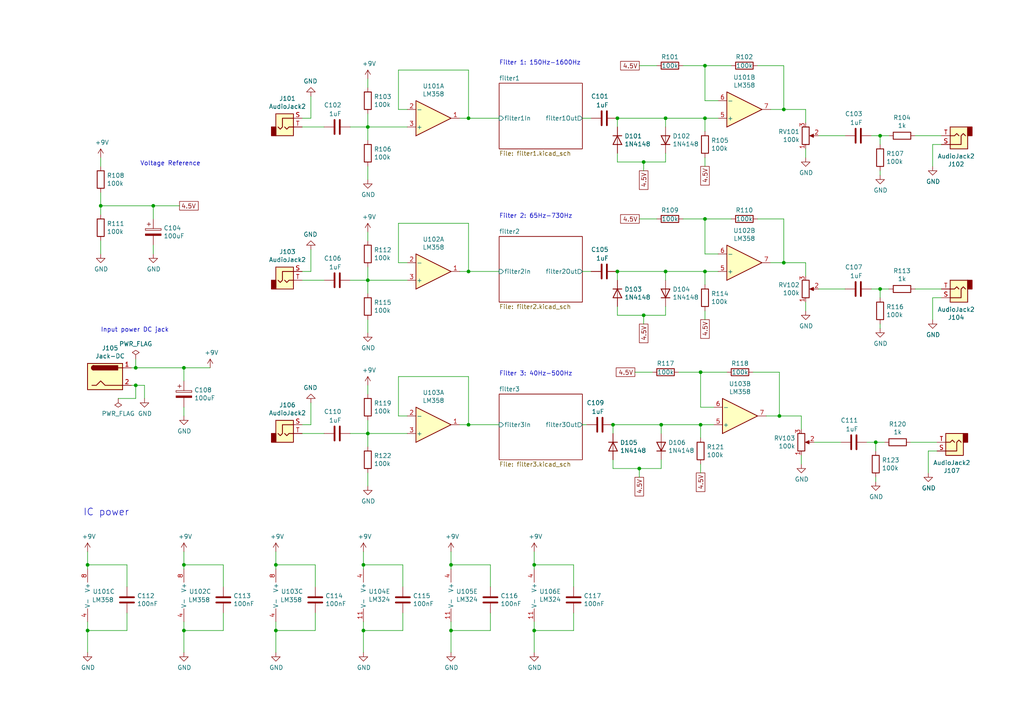
<source format=kicad_sch>
(kicad_sch (version 20231120) (generator "eeschema") (generator_version "8.0")
  (paper "A4")
  (title_block (title "The Ping Ting") (date "2023-08-30") (rev "1.1") (company "Kromftronics"))
  (lib_symbols
    (symbol "Amplifier_Operational:LM324" (pin_names (offset 0.127))
      (property "Reference" "U" (at 0 5.08 0))
      (property "Value" "LM324" (at 0 -5.08 0))
      (symbol "LM324_1_1"
        (polyline (pts (xy -5.08 5.08) (xy 5.08 0) (xy -5.08 -5.08) (xy -5.08 5.08)) (stroke (width 0.254)) (fill (type background)))
        (pin output line (at 7.62 0 180) (length 2.54) (name "~") (number "1"))
        (pin input line (at -7.62 -2.54 0) (length 2.54) (name "-") (number "2"))
        (pin input line (at -7.62 2.54 0) (length 2.54) (name "+") (number "3"))
      )
      (symbol "LM324_2_1"
        (polyline (pts (xy -5.08 5.08) (xy 5.08 0) (xy -5.08 -5.08) (xy -5.08 5.08)) (stroke (width 0.254)) (fill (type background)))
        (pin input line (at -7.62 2.54 0) (length 2.54) (name "+") (number "5"))
        (pin input line (at -7.62 -2.54 0) (length 2.54) (name "-") (number "6"))
        (pin output line (at 7.62 0 180) (length 2.54) (name "~") (number "7"))
      )
      (symbol "LM324_3_1"
        (polyline (pts (xy -5.08 5.08) (xy 5.08 0) (xy -5.08 -5.08) (xy -5.08 5.08)) (stroke (width 0.254)) (fill (type background)))
        (pin input line (at -7.62 2.54 0) (length 2.54) (name "+") (number "10"))
        (pin output line (at 7.62 0 180) (length 2.54) (name "~") (number "8"))
        (pin input line (at -7.62 -2.54 0) (length 2.54) (name "-") (number "9"))
      )
      (symbol "LM324_4_1"
        (polyline (pts (xy -5.08 5.08) (xy 5.08 0) (xy -5.08 -5.08) (xy -5.08 5.08)) (stroke (width 0.254)) (fill (type background)))
        (pin input line (at -7.62 2.54 0) (length 2.54) (name "+") (number "12"))
        (pin input line (at -7.62 -2.54 0) (length 2.54) (name "-") (number "13"))
        (pin output line (at 7.62 0 180) (length 2.54) (name "~") (number "14"))
      )
      (symbol "LM324_5_1"
        (pin power_in line (at -2.54 -7.62 90) (length 3.81) (name "V-") (number "11"))
        (pin power_in line (at -2.54 7.62 270) (length 3.81) (name "V+") (number "4"))
      )
    )
    (symbol "Amplifier_Operational:LM358" (pin_names (offset 0.127))
      (property "Reference" "U" (at 0 5.08 0))
      (property "Value" "LM358" (at 0 -5.08 0))
      (symbol "LM358_1_1"
        (polyline (pts (xy -5.08 5.08) (xy 5.08 0) (xy -5.08 -5.08) (xy -5.08 5.08)) (stroke (width 0.254)) (fill (type background)))
        (pin output line (at 7.62 0 180) (length 2.54) (name "~") (number "1"))
        (pin input line (at -7.62 -2.54 0) (length 2.54) (name "-") (number "2"))
        (pin input line (at -7.62 2.54 0) (length 2.54) (name "+") (number "3"))
      )
      (symbol "LM358_2_1"
        (polyline (pts (xy -5.08 5.08) (xy 5.08 0) (xy -5.08 -5.08) (xy -5.08 5.08)) (stroke (width 0.254)) (fill (type background)))
        (pin input line (at -7.62 2.54 0) (length 2.54) (name "+") (number "5"))
        (pin input line (at -7.62 -2.54 0) (length 2.54) (name "-") (number "6"))
        (pin output line (at 7.62 0 180) (length 2.54) (name "~") (number "7"))
      )
      (symbol "LM358_3_1"
        (pin power_in line (at -2.54 -7.62 90) (length 3.81) (name "V-") (number "4"))
        (pin power_in line (at -2.54 7.62 270) (length 3.81) (name "V+") (number "8"))
      )
    )
    (symbol "Connector:AudioJack2"
      (property "Reference" "J" (at 0 8.89 0))
      (property "Value" "AudioJack2" (at 0 6.35 0))
      (symbol "AudioJack2_0_1"
        (rectangle (start -3.81 0) (end -2.54 -2.54) (stroke (width 0.254)) (fill (type outline)))
        (rectangle (start -2.54 3.81) (end 2.54 -2.54) (stroke (width 0.254)) (fill (type background)))
        (polyline (pts (xy 0 0) (xy 0.635 -0.635) (xy 1.27 0) (xy 2.54 0)) (stroke (width 0.254)))
        (polyline (pts (xy 2.54 2.54) (xy -0.635 2.54) (xy -0.635 0) (xy -1.27 -0.635) (xy -1.905 0)) (stroke (width 0.254)))
      )
      (symbol "AudioJack2_1_1"
        (pin passive line (at 5.08 2.54 180) (length 2.54) (name "~") (number "S"))
        (pin passive line (at 5.08 0 180) (length 2.54) (name "~") (number "T"))
      )
    )
    (symbol "Connector:Jack-DC" (pin_names (offset 1.016))
      (property "Reference" "J" (at 0 5.334 0))
      (property "Value" "Jack-DC" (at 0 -5.08 0))
      (symbol "Jack-DC_0_1"
        (rectangle (start -5.08 3.81) (end 5.08 -3.81) (stroke (width 0.254)) (fill (type background)))
        (arc (start -3.302 3.175) (mid -3.9343 2.54) (end -3.302 1.905) (stroke (width 0.254)))
        (arc (start -3.302 3.175) (mid -3.9343 2.54) (end -3.302 1.905) (stroke (width 0.254)) (fill (type outline)))
        (polyline (pts (xy 5.08 2.54) (xy 3.81 2.54)) (stroke (width 0.254)))
        (polyline (pts (xy -3.81 -2.54) (xy -2.54 -2.54) (xy -1.27 -1.27) (xy 0 -2.54) (xy 2.54 -2.54) (xy 5.08 -2.54)) (stroke (width 0.254)))
        (rectangle (start 3.683 3.175) (end -3.302 1.905) (stroke (width 0.254)) (fill (type outline)))
      )
      (symbol "Jack-DC_1_1"
        (pin passive line (at 7.62 2.54 180) (length 2.54) (name "~") (number "1"))
        (pin passive line (at 7.62 -2.54 180) (length 2.54) (name "~") (number "2"))
      )
    )
    (symbol "Device:C" (pin_numbers hide) (pin_names (offset 0.254))
      (property "Reference" "C" (at 0.635 2.54 0))
      (property "Value" "C" (at 0.635 -2.54 0))
      (symbol "C_0_1"
        (polyline (pts (xy -2.032 -0.762) (xy 2.032 -0.762)) (stroke (width 0.508)))
        (polyline (pts (xy -2.032 0.762) (xy 2.032 0.762)) (stroke (width 0.508)))
      )
      (symbol "C_1_1"
        (pin passive line (at 0 3.81 270) (length 2.794) (name "~") (number "1"))
        (pin passive line (at 0 -3.81 90) (length 2.794) (name "~") (number "2"))
      )
    )
    (symbol "Device:R" (pin_numbers hide) (pin_names (offset 0))
      (property "Reference" "R" (at 2.032 0 90))
      (property "Value" "R" (at 0 0 90))
      (symbol "R_0_1"
        (rectangle (start -1.016 -2.54) (end 1.016 2.54) (stroke (width 0.254)))
      )
      (symbol "R_1_1"
        (pin passive line (at 0 3.81 270) (length 1.27) (name "~") (number "1"))
        (pin passive line (at 0 -3.81 90) (length 1.27) (name "~") (number "2"))
      )
    )
    (symbol "Diode:1N4148" (pin_numbers hide) (pin_names hide)
      (property "Reference" "D" (at 0 2.54 0))
      (property "Value" "1N4148" (at 0 -2.54 0))
      (symbol "1N4148_0_1"
        (polyline (pts (xy -1.27 1.27) (xy -1.27 -1.27)) (stroke (width 0.254)))
        (polyline (pts (xy 1.27 0) (xy -1.27 0)))
        (polyline (pts (xy 1.27 1.27) (xy 1.27 -1.27) (xy -1.27 0) (xy 1.27 1.27)) (stroke (width 0.254)))
      )
      (symbol "1N4148_1_1"
        (pin passive line (at -3.81 0 0) (length 2.54) (name "K") (number "1"))
        (pin passive line (at 3.81 0 180) (length 2.54) (name "A") (number "2"))
      )
    )
    (symbol "The_Ping_Ting-rescue:CP-Device" (pin_numbers hide) (pin_names (offset 0.254))
      (property "Reference" "C" (at 0.635 2.54 0))
      (property "Value" "CP-Device" (at 0.635 -2.54 0))
      (symbol "CP-Device_0_1"
        (rectangle (start -2.286 0.508) (end 2.286 1.016))
        (polyline (pts (xy -1.778 2.286) (xy -0.762 2.286)))
        (polyline (pts (xy -1.27 2.794) (xy -1.27 1.778)))
        (rectangle (start 2.286 -0.508) (end -2.286 -1.016) (fill (type outline)))
      )
      (symbol "CP-Device_1_1"
        (pin passive line (at 0 3.81 270) (length 2.794) (name "~") (number "1"))
        (pin passive line (at 0 -3.81 90) (length 2.794) (name "~") (number "2"))
      )
    )
    (symbol "The_Ping_Ting-rescue:R_POT-Device" (pin_names (offset 1.016) hide)
      (property "Reference" "RV" (at -4.445 0 90))
      (property "Value" "R_POT-Device" (at -2.54 0 90))
      (symbol "R_POT-Device_0_1"
        (polyline (pts (xy 2.54 0) (xy 1.524 0)))
        (polyline (pts (xy 1.143 0) (xy 2.286 0.508) (xy 2.286 -0.508) (xy 1.143 0)) (fill (type outline)))
        (rectangle (start 1.016 2.54) (end -1.016 -2.54) (stroke (width 0.254)))
      )
      (symbol "R_POT-Device_1_1"
        (pin passive line (at 0 3.81 270) (length 1.27) (name "1") (number "1"))
        (pin passive line (at 3.81 0 180) (length 1.27) (name "2") (number "2"))
        (pin passive line (at 0 -3.81 90) (length 1.27) (name "3") (number "3"))
      )
    )
    (symbol "power:+9V" (power) (pin_names (offset 0))
      (property "Value" "+9V" (at 0 3.556 0))
      (symbol "+9V_0_1"
        (polyline (pts (xy -0.762 1.27) (xy 0 2.54)))
        (polyline (pts (xy 0 0) (xy 0 2.54)))
        (polyline (pts (xy 0 2.54) (xy 0.762 1.27)))
      )
      (symbol "+9V_1_1"
        (pin power_in line (at 0 0 90) (length 0) hide (name "+9V") (number "1"))
      )
    )
    (symbol "power:GND" (power) (pin_names (offset 0))
      (property "Value" "GND" (at 0 -3.81 0))
      (symbol "GND_0_1"
        (polyline (pts (xy 0 0) (xy 0 -1.27) (xy 1.27 -1.27) (xy 0 -2.54) (xy -1.27 -1.27) (xy 0 -1.27)))
      )
      (symbol "GND_1_1"
        (pin power_in line (at 0 0 270) (length 0) hide (name "GND") (number "1"))
      )
    )
    (symbol "power:PWR_FLAG" (power) (pin_numbers hide) (pin_names (offset 0) hide)
      (property "Value" "PWR_FLAG" (at 0 3.81 0))
      (symbol "PWR_FLAG_0_0"
        (pin power_out line (at 0 0 90) (length 0) (name "pwr") (number "1"))
      )
      (symbol "PWR_FLAG_0_1"
        (polyline (pts (xy 0 0) (xy 0 1.27) (xy -1.016 1.905) (xy 0 2.54) (xy 1.016 1.905) (xy 0 1.27)))
      )
    )
  )
  (junction (at 154.94 182.88))
  (junction (at 179.07 78.74))
  (junction (at 25.4 163.83))
  (junction (at 80.01 163.83))
  (junction (at 135.89 34.29))
  (junction (at 203.2 107.95))
  (junction (at 204.47 19.05))
  (junction (at 106.68 125.73))
  (junction (at 186.69 46.99))
  (junction (at 255.27 83.82))
  (junction (at 130.81 163.83))
  (junction (at 25.4 182.88))
  (junction (at 193.04 34.29))
  (junction (at 226.06 120.65))
  (junction (at 53.34 182.88))
  (junction (at 255.27 39.37))
  (junction (at 130.81 182.88))
  (junction (at 80.01 182.88))
  (junction (at 29.21 59.69))
  (junction (at 203.2 123.19))
  (junction (at 44.45 59.69))
  (junction (at 227.33 31.75))
  (junction (at 39.37 111.76))
  (junction (at 204.47 78.74))
  (junction (at 105.41 163.83))
  (junction (at 39.37 106.68))
  (junction (at 177.8 123.19))
  (junction (at 204.47 34.29))
  (junction (at 154.94 163.83))
  (junction (at 185.42 135.89))
  (junction (at 204.47 63.5))
  (junction (at 106.68 36.83))
  (junction (at 186.69 91.44))
  (junction (at 53.34 163.83))
  (junction (at 179.07 34.29))
  (junction (at 135.89 78.74))
  (junction (at 135.89 123.19))
  (junction (at 105.41 182.88))
  (junction (at 254 128.27))
  (junction (at 227.33 76.2))
  (junction (at 193.04 78.74))
  (junction (at 106.68 81.28))
  (junction (at 191.77 123.19))
  (junction (at 53.34 106.68))
  (wire (pts (xy 36.83 182.88) (xy 36.83 177.8)))
  (wire (pts (xy 64.77 182.88) (xy 64.77 177.8)))
  (wire (pts (xy 135.89 78.74) (xy 144.78 78.74)))
  (wire (pts (xy 191.77 133.35) (xy 191.77 135.89)))
  (wire (pts (xy 106.68 36.83) (xy 106.68 33.02)))
  (wire (pts (xy 170.18 123.19) (xy 168.91 123.19)))
  (wire (pts (xy 93.98 36.83) (xy 87.63 36.83)))
  (wire (pts (xy 185.42 138.43) (xy 185.42 135.89)))
  (wire (pts (xy 90.17 123.19) (xy 90.17 116.84)))
  (wire (pts (xy 91.44 163.83) (xy 80.01 163.83)))
  (wire (pts (xy 203.2 118.11) (xy 203.2 107.95)))
  (wire (pts (xy 60.96 106.68) (xy 53.34 106.68)))
  (wire (pts (xy 236.22 128.27) (xy 243.84 128.27)))
  (wire (pts (xy 208.28 78.74) (xy 204.47 78.74)))
  (wire (pts (xy 254 139.7) (xy 254 138.43)))
  (wire (pts (xy 91.44 170.18) (xy 91.44 163.83)))
  (wire (pts (xy 105.41 189.23) (xy 105.41 182.88)))
  (wire (pts (xy 133.35 34.29) (xy 135.89 34.29)))
  (wire (pts (xy 130.81 163.83) (xy 130.81 160.02)))
  (wire (pts (xy 25.4 182.88) (xy 36.83 182.88)))
  (wire (pts (xy 115.57 64.77) (xy 115.57 76.2)))
  (wire (pts (xy 226.06 107.95) (xy 226.06 120.65)))
  (wire (pts (xy 269.24 130.81) (xy 269.24 137.16)))
  (wire (pts (xy 265.43 39.37) (xy 273.05 39.37)))
  (wire (pts (xy 53.34 182.88) (xy 53.34 180.34)))
  (wire (pts (xy 53.34 120.65) (xy 53.34 118.11)))
  (wire (pts (xy 227.33 19.05) (xy 227.33 31.75)))
  (wire (pts (xy 64.77 163.83) (xy 53.34 163.83)))
  (wire (pts (xy 233.68 45.72) (xy 233.68 43.18)))
  (wire (pts (xy 252.73 83.82) (xy 255.27 83.82)))
  (wire (pts (xy 135.89 123.19) (xy 144.78 123.19)))
  (wire (pts (xy 179.07 81.28) (xy 179.07 78.74)))
  (wire (pts (xy 227.33 31.75) (xy 233.68 31.75)))
  (wire (pts (xy 64.77 170.18) (xy 64.77 163.83)))
  (wire (pts (xy 185.42 19.05) (xy 190.5 19.05)))
  (wire (pts (xy 105.41 182.88) (xy 105.41 180.34)))
  (wire (pts (xy 115.57 31.75) (xy 118.11 31.75)))
  (wire (pts (xy 273.05 86.36) (xy 270.51 86.36)))
  (wire (pts (xy 171.45 78.74) (xy 168.91 78.74)))
  (wire (pts (xy 53.34 110.49) (xy 53.34 106.68)))
  (wire (pts (xy 80.01 182.88) (xy 80.01 180.34)))
  (wire (pts (xy 135.89 109.22) (xy 115.57 109.22)))
  (wire (pts (xy 25.4 163.83) (xy 25.4 160.02)))
  (wire (pts (xy 154.94 163.83) (xy 166.37 163.83)))
  (wire (pts (xy 204.47 19.05) (xy 212.09 19.05)))
  (wire (pts (xy 53.34 189.23) (xy 53.34 182.88)))
  (wire (pts (xy 233.68 31.75) (xy 233.68 35.56)))
  (wire (pts (xy 208.28 29.21) (xy 204.47 29.21)))
  (wire (pts (xy 106.68 52.07) (xy 106.68 48.26)))
  (wire (pts (xy 154.94 182.88) (xy 154.94 180.34)))
  (wire (pts (xy 179.07 88.9) (xy 179.07 91.44)))
  (wire (pts (xy 179.07 46.99) (xy 186.69 46.99)))
  (wire (pts (xy 130.81 165.1) (xy 130.81 163.83)))
  (wire (pts (xy 130.81 163.83) (xy 142.24 163.83)))
  (wire (pts (xy 177.8 133.35) (xy 177.8 135.89)))
  (wire (pts (xy 273.05 41.91) (xy 270.51 41.91)))
  (wire (pts (xy 116.84 163.83) (xy 116.84 170.18)))
  (wire (pts (xy 135.89 34.29) (xy 135.89 20.32)))
  (wire (pts (xy 25.4 163.83) (xy 25.4 165.1)))
  (wire (pts (xy 80.01 189.23) (xy 80.01 182.88)))
  (wire (pts (xy 135.89 20.32) (xy 115.57 20.32)))
  (wire (pts (xy 219.71 19.05) (xy 227.33 19.05)))
  (wire (pts (xy 226.06 120.65) (xy 232.41 120.65)))
  (wire (pts (xy 39.37 111.76) (xy 38.1 111.76)))
  (wire (pts (xy 177.8 123.19) (xy 191.77 123.19)))
  (wire (pts (xy 135.89 64.77) (xy 115.57 64.77)))
  (wire (pts (xy 179.07 34.29) (xy 193.04 34.29)))
  (wire (pts (xy 204.47 45.72) (xy 204.47 48.26)))
  (wire (pts (xy 179.07 36.83) (xy 179.07 34.29)))
  (wire (pts (xy 44.45 59.69) (xy 29.21 59.69)))
  (wire (pts (xy 198.12 63.5) (xy 204.47 63.5)))
  (wire (pts (xy 255.27 41.91) (xy 255.27 39.37)))
  (wire (pts (xy 135.89 34.29) (xy 144.78 34.29)))
  (wire (pts (xy 116.84 182.88) (xy 105.41 182.88)))
  (wire (pts (xy 203.2 134.62) (xy 203.2 137.16)))
  (wire (pts (xy 154.94 163.83) (xy 154.94 160.02)))
  (wire (pts (xy 90.17 78.74) (xy 90.17 72.39)))
  (wire (pts (xy 115.57 76.2) (xy 118.11 76.2)))
  (wire (pts (xy 208.28 34.29) (xy 204.47 34.29)))
  (wire (pts (xy 106.68 36.83) (xy 118.11 36.83)))
  (wire (pts (xy 166.37 182.88) (xy 154.94 182.88)))
  (wire (pts (xy 142.24 163.83) (xy 142.24 170.18)))
  (wire (pts (xy 203.2 107.95) (xy 210.82 107.95)))
  (wire (pts (xy 179.07 91.44) (xy 186.69 91.44)))
  (wire (pts (xy 203.2 123.19) (xy 191.77 123.19)))
  (wire (pts (xy 233.68 90.17) (xy 233.68 87.63)))
  (wire (pts (xy 179.07 78.74) (xy 193.04 78.74)))
  (wire (pts (xy 25.4 189.23) (xy 25.4 182.88)))
  (wire (pts (xy 133.35 78.74) (xy 135.89 78.74)))
  (wire (pts (xy 29.21 73.66) (xy 29.21 69.85)))
  (wire (pts (xy 93.98 125.73) (xy 87.63 125.73)))
  (wire (pts (xy 270.51 86.36) (xy 270.51 92.71)))
  (wire (pts (xy 179.07 44.45) (xy 179.07 46.99)))
  (wire (pts (xy 185.42 63.5) (xy 190.5 63.5)))
  (wire (pts (xy 255.27 86.36) (xy 255.27 83.82)))
  (wire (pts (xy 106.68 40.64) (xy 106.68 36.83)))
  (wire (pts (xy 106.68 125.73) (xy 118.11 125.73)))
  (wire (pts (xy 44.45 73.66) (xy 44.45 71.12)))
  (wire (pts (xy 106.68 85.09) (xy 106.68 81.28)))
  (wire (pts (xy 204.47 78.74) (xy 204.47 82.55)))
  (wire (pts (xy 193.04 88.9) (xy 193.04 91.44)))
  (wire (pts (xy 219.71 63.5) (xy 227.33 63.5)))
  (wire (pts (xy 186.69 93.98) (xy 186.69 91.44)))
  (wire (pts (xy 255.27 39.37) (xy 257.81 39.37)))
  (wire (pts (xy 204.47 63.5) (xy 212.09 63.5)))
  (wire (pts (xy 232.41 134.62) (xy 232.41 132.08)))
  (wire (pts (xy 193.04 78.74) (xy 193.04 81.28)))
  (wire (pts (xy 154.94 189.23) (xy 154.94 182.88)))
  (wire (pts (xy 53.34 163.83) (xy 53.34 165.1)))
  (wire (pts (xy 130.81 182.88) (xy 130.81 180.34)))
  (wire (pts (xy 254 130.81) (xy 254 128.27)))
  (wire (pts (xy 166.37 163.83) (xy 166.37 170.18)))
  (wire (pts (xy 196.85 107.95) (xy 203.2 107.95)))
  (wire (pts (xy 25.4 182.88) (xy 25.4 180.34)))
  (wire (pts (xy 252.73 39.37) (xy 255.27 39.37)))
  (wire (pts (xy 52.07 59.69) (xy 44.45 59.69)))
  (wire (pts (xy 115.57 120.65) (xy 118.11 120.65)))
  (wire (pts (xy 93.98 81.28) (xy 87.63 81.28)))
  (wire (pts (xy 232.41 120.65) (xy 232.41 124.46)))
  (wire (pts (xy 80.01 182.88) (xy 91.44 182.88)))
  (wire (pts (xy 177.8 125.73) (xy 177.8 123.19)))
  (wire (pts (xy 227.33 31.75) (xy 223.52 31.75)))
  (wire (pts (xy 255.27 95.25) (xy 255.27 93.98)))
  (wire (pts (xy 130.81 189.23) (xy 130.81 182.88)))
  (wire (pts (xy 208.28 73.66) (xy 204.47 73.66)))
  (wire (pts (xy 191.77 123.19) (xy 191.77 125.73)))
  (wire (pts (xy 41.91 111.76) (xy 39.37 111.76)))
  (wire (pts (xy 193.04 34.29) (xy 193.04 36.83)))
  (wire (pts (xy 44.45 63.5) (xy 44.45 59.69)))
  (wire (pts (xy 80.01 163.83) (xy 80.01 165.1)))
  (wire (pts (xy 39.37 106.68) (xy 53.34 106.68)))
  (wire (pts (xy 254 128.27) (xy 256.54 128.27)))
  (wire (pts (xy 264.16 128.27) (xy 271.78 128.27)))
  (wire (pts (xy 204.47 78.74) (xy 193.04 78.74)))
  (wire (pts (xy 91.44 182.88) (xy 91.44 177.8)))
  (wire (pts (xy 80.01 163.83) (xy 80.01 160.02)))
  (wire (pts (xy 193.04 44.45) (xy 193.04 46.99)))
  (wire (pts (xy 87.63 123.19) (xy 90.17 123.19)))
  (wire (pts (xy 90.17 34.29) (xy 90.17 27.94)))
  (wire (pts (xy 106.68 125.73) (xy 106.68 121.92)))
  (wire (pts (xy 105.41 163.83) (xy 105.41 160.02)))
  (wire (pts (xy 177.8 135.89) (xy 185.42 135.89)))
  (wire (pts (xy 115.57 20.32) (xy 115.57 31.75)))
  (wire (pts (xy 106.68 129.54) (xy 106.68 125.73)))
  (wire (pts (xy 87.63 34.29) (xy 90.17 34.29)))
  (wire (pts (xy 204.47 34.29) (xy 204.47 38.1)))
  (wire (pts (xy 184.15 107.95) (xy 189.23 107.95)))
  (wire (pts (xy 186.69 46.99) (xy 193.04 46.99)))
  (wire (pts (xy 255.27 50.8) (xy 255.27 49.53)))
  (wire (pts (xy 171.45 34.29) (xy 168.91 34.29)))
  (wire (pts (xy 101.6 36.83) (xy 106.68 36.83)))
  (wire (pts (xy 218.44 107.95) (xy 226.06 107.95)))
  (wire (pts (xy 36.83 163.83) (xy 25.4 163.83)))
  (wire (pts (xy 207.01 118.11) (xy 203.2 118.11)))
  (wire (pts (xy 142.24 177.8) (xy 142.24 182.88)))
  (wire (pts (xy 186.69 91.44) (xy 193.04 91.44)))
  (wire (pts (xy 237.49 83.82) (xy 245.11 83.82)))
  (wire (pts (xy 251.46 128.27) (xy 254 128.27)))
  (wire (pts (xy 255.27 83.82) (xy 257.81 83.82)))
  (wire (pts (xy 204.47 90.17) (xy 204.47 92.71)))
  (wire (pts (xy 207.01 123.19) (xy 203.2 123.19)))
  (wire (pts (xy 198.12 19.05) (xy 204.47 19.05)))
  (wire (pts (xy 142.24 182.88) (xy 130.81 182.88)))
  (wire (pts (xy 106.68 81.28) (xy 106.68 77.47)))
  (wire (pts (xy 185.42 135.89) (xy 191.77 135.89)))
  (wire (pts (xy 135.89 78.74) (xy 135.89 64.77)))
  (wire (pts (xy 186.69 49.53) (xy 186.69 46.99)))
  (wire (pts (xy 39.37 115.57) (xy 39.37 111.76)))
  (wire (pts (xy 29.21 62.23) (xy 29.21 59.69)))
  (wire (pts (xy 106.68 67.31) (xy 106.68 69.85)))
  (wire (pts (xy 154.94 165.1) (xy 154.94 163.83)))
  (wire (pts (xy 265.43 83.82) (xy 273.05 83.82)))
  (wire (pts (xy 53.34 163.83) (xy 53.34 160.02)))
  (wire (pts (xy 106.68 81.28) (xy 118.11 81.28)))
  (wire (pts (xy 204.47 34.29) (xy 193.04 34.29)))
  (wire (pts (xy 87.63 78.74) (xy 90.17 78.74)))
  (wire (pts (xy 133.35 123.19) (xy 135.89 123.19)))
  (wire (pts (xy 270.51 41.91) (xy 270.51 48.26)))
  (wire (pts (xy 271.78 130.81) (xy 269.24 130.81)))
  (wire (pts (xy 29.21 59.69) (xy 29.21 55.88)))
  (wire (pts (xy 166.37 177.8) (xy 166.37 182.88)))
  (wire (pts (xy 105.41 163.83) (xy 116.84 163.83)))
  (wire (pts (xy 41.91 115.57) (xy 41.91 111.76)))
  (wire (pts (xy 34.29 115.57) (xy 39.37 115.57)))
  (wire (pts (xy 237.49 39.37) (xy 245.11 39.37)))
  (wire (pts (xy 36.83 170.18) (xy 36.83 163.83)))
  (wire (pts (xy 116.84 177.8) (xy 116.84 182.88)))
  (wire (pts (xy 106.68 96.52) (xy 106.68 92.71)))
  (wire (pts (xy 38.1 106.68) (xy 39.37 106.68)))
  (wire (pts (xy 227.33 76.2) (xy 223.52 76.2)))
  (wire (pts (xy 226.06 120.65) (xy 222.25 120.65)))
  (wire (pts (xy 105.41 165.1) (xy 105.41 163.83)))
  (wire (pts (xy 29.21 45.72) (xy 29.21 48.26)))
  (wire (pts (xy 106.68 140.97) (xy 106.68 137.16)))
  (wire (pts (xy 203.2 123.19) (xy 203.2 127)))
  (wire (pts (xy 227.33 63.5) (xy 227.33 76.2)))
  (wire (pts (xy 39.37 104.14) (xy 39.37 106.68)))
  (wire (pts (xy 233.68 76.2) (xy 233.68 80.01)))
  (wire (pts (xy 204.47 19.05) (xy 204.47 29.21)))
  (wire (pts (xy 135.89 123.19) (xy 135.89 109.22)))
  (wire (pts (xy 106.68 111.76) (xy 106.68 114.3)))
  (wire (pts (xy 204.47 63.5) (xy 204.47 73.66)))
  (wire (pts (xy 227.33 76.2) (xy 233.68 76.2)))
  (wire (pts (xy 53.34 182.88) (xy 64.77 182.88)))
  (wire (pts (xy 115.57 109.22) (xy 115.57 120.65)))
  (wire (pts (xy 101.6 81.28) (xy 106.68 81.28)))
  (wire (pts (xy 101.6 125.73) (xy 106.68 125.73)))
  (wire (pts (xy 106.68 22.86) (xy 106.68 25.4)))
  (text "Filter 1: 150Hz-1600Hz" (at 144.78 19.05 0) (effects (font (size 1.27 1.27)) (justify left bottom)))
  (text "IC power" (at 24.13 149.86 0) (effects (font (size 2.0066 2.0066)) (justify left bottom)))
  (text "Input power DC jack" (at 29.21 96.52 0) (effects (font (size 1.27 1.27)) (justify left bottom)))
  (text "Filter 3: 40Hz-500Hz" (at 144.78 109.22 0) (effects (font (size 1.27 1.27)) (justify left bottom)))
  (text "Filter 2: 65Hz-730Hz" (at 144.78 63.5 0) (effects (font (size 1.27 1.27)) (justify left bottom)))
  (text "Voltage Reference" (at 40.64 48.26 0) (effects (font (size 1.27 1.27)) (justify left bottom)))
  (global_label "4.5V" (shape passive) (at 185.42 138.43 270) (property "Intersheetrefs" "${INTERSHEET_REFS}" (effects (hide yes))))
  (global_label "4.5V" (shape passive) (at 203.2 137.16 270) (property "Intersheetrefs" "${INTERSHEET_REFS}" (effects (hide yes))))
  (global_label "4.5V" (shape passive) (at 186.69 49.53 270) (property "Intersheetrefs" "${INTERSHEET_REFS}" (effects (hide yes))))
  (global_label "4.5V" (shape passive) (at 186.69 93.98 270) (property "Intersheetrefs" "${INTERSHEET_REFS}" (effects (hide yes))))
  (global_label "4.5V" (shape passive) (at 185.42 63.5 180) (property "Intersheetrefs" "${INTERSHEET_REFS}" (effects (hide yes))))
  (global_label "4.5V" (shape passive) (at 184.15 107.95 180) (property "Intersheetrefs" "${INTERSHEET_REFS}" (effects (hide yes))))
  (global_label "4.5V" (shape passive) (at 185.42 19.05 180) (property "Intersheetrefs" "${INTERSHEET_REFS}" (effects (hide yes))))
  (global_label "4.5V" (shape passive) (at 204.47 92.71 270) (property "Intersheetrefs" "${INTERSHEET_REFS}" (effects (hide yes))))
  (global_label "4.5V" (shape passive) (at 204.47 48.26 270) (property "Intersheetrefs" "${INTERSHEET_REFS}" (effects (hide yes))))
  (global_label "4.5V" (shape passive) (at 52.07 59.69 0) (property "Intersheetrefs" "${INTERSHEET_REFS}" (effects (hide yes))))
  (symbol (lib_id "Amplifier_Operational:LM324") (at 107.95 172.72 0) (unit 5)
    (property "Reference" "U104" (at 106.8832 171.5516 0) (effects (justify left)))
    (property "Value" "LM324" (at 106.8832 173.863 0) (effects (justify left)))
    (property "Footprint" "Package_DIP:DIP-14_W7.62mm" (effects (hide yes)))
    (property "Datasheet" "http://www.ti.com/lit/ds/symlink/lm2902-n.pdf" (effects (hide yes)))
  )
  (symbol (lib_id "power:+9V") (at 105.41 160.02 0) (unit 1)
    (property "Reference" "#PWR0131" (effects (hide yes)))
    (property "Value" "+9V" (at 105.791 155.6258 0))
  )
  (symbol (lib_id "Device:C") (at 116.84 173.99 0) (unit 1)
    (property "Reference" "C115" (at 119.761 172.8216 0) (effects (justify left)))
    (property "Value" "100nF" (at 119.761 175.133 0) (effects (justify left)))
    (property "Footprint" "Capacitor_THT:C_Disc_D5.0mm_W2.5mm_P5.00mm" (effects (hide yes)))
  )
  (symbol (lib_id "Amplifier_Operational:LM324") (at 133.35 172.72 0) (unit 5)
    (property "Reference" "U105" (at 132.2832 171.5516 0) (effects (justify left)))
    (property "Value" "LM324" (at 132.2832 173.863 0) (effects (justify left)))
    (property "Footprint" "Package_DIP:DIP-14_W7.62mm" (effects (hide yes)))
    (property "Datasheet" "http://www.ti.com/lit/ds/symlink/lm2902-n.pdf" (effects (hide yes)))
  )
  (symbol (lib_id "power:+9V") (at 130.81 160.02 0) (unit 1)
    (property "Reference" "#PWR0132" (effects (hide yes)))
    (property "Value" "+9V" (at 131.191 155.6258 0))
  )
  (symbol (lib_id "Device:C") (at 142.24 173.99 0) (unit 1)
    (property "Reference" "C116" (at 145.161 172.8216 0) (effects (justify left)))
    (property "Value" "100nF" (at 145.161 175.133 0) (effects (justify left)))
    (property "Footprint" "Capacitor_THT:C_Disc_D5.0mm_W2.5mm_P5.00mm" (effects (hide yes)))
  )
  (symbol (lib_id "Amplifier_Operational:LM324") (at 157.48 172.72 0) (unit 5)
    (property "Reference" "U106" (at 156.4132 171.5516 0) (effects (justify left)))
    (property "Value" "LM324" (at 156.4132 173.863 0) (effects (justify left)))
    (property "Footprint" "Package_DIP:DIP-14_W7.62mm" (effects (hide yes)))
    (property "Datasheet" "http://www.ti.com/lit/ds/symlink/lm2902-n.pdf" (effects (hide yes)))
  )
  (symbol (lib_id "power:+9V") (at 154.94 160.02 0) (unit 1)
    (property "Reference" "#PWR0133" (effects (hide yes)))
    (property "Value" "+9V" (at 155.321 155.6258 0))
  )
  (symbol (lib_id "Device:C") (at 166.37 173.99 0) (unit 1)
    (property "Reference" "C117" (at 169.291 172.8216 0) (effects (justify left)))
    (property "Value" "100nF" (at 169.291 175.133 0) (effects (justify left)))
    (property "Footprint" "Capacitor_THT:C_Disc_D5.0mm_W2.5mm_P5.00mm" (effects (hide yes)))
  )
  (symbol (lib_id "Connector:AudioJack2") (at 82.55 36.83 0) (unit 1)
    (property "Reference" "J101" (at 83.3628 28.575 0))
    (property "Value" "AudioJack2" (at 83.3628 30.8864 0))
    (property "Footprint" "Connector_Audio:Jack_6.35mm_Neutrik_NJ2FD-V_Vertical" (effects (hide yes)))
  )
  (symbol (lib_id "power:GND") (at 90.17 27.94 180) (unit 1)
    (property "Reference" "#PWR0103" (effects (hide yes)))
    (property "Value" "GND" (at 90.043 23.5458 0))
  )
  (symbol (lib_id "Amplifier_Operational:LM358") (at 125.73 34.29 0) (mirror x) (unit 1)
    (property "Reference" "U101" (at 125.73 24.9682 0))
    (property "Value" "LM358" (at 125.73 27.2796 0))
    (property "Footprint" "Package_DIP:DIP-8_W7.62mm" (effects (hide yes)))
    (property "Datasheet" "http://www.ti.com/lit/ds/symlink/lm2904-n.pdf" (effects (hide yes)))
  )
  (symbol (lib_id "Amplifier_Operational:LM358") (at 55.88 172.72 0) (unit 3)
    (property "Reference" "U102" (at 54.8132 171.5516 0) (effects (justify left)))
    (property "Value" "LM358" (at 54.61 173.99 0) (effects (justify left)))
    (property "Footprint" "Package_DIP:DIP-8_W7.62mm" (effects (hide yes)))
    (property "Datasheet" "http://www.ti.com/lit/ds/symlink/lm2904-n.pdf" (effects (hide yes)))
  )
  (symbol (lib_id "power:GND") (at 130.81 189.23 0) (unit 1)
    (property "Reference" "#PWR0138" (effects (hide yes)))
    (property "Value" "GND" (at 130.937 193.6242 0))
  )
  (symbol (lib_id "Device:C") (at 64.77 173.99 0) (unit 1)
    (property "Reference" "C113" (at 67.691 172.8216 0) (effects (justify left)))
    (property "Value" "100nF" (at 67.691 175.133 0) (effects (justify left)))
    (property "Footprint" "Capacitor_THT:C_Disc_D5.0mm_W2.5mm_P5.00mm" (effects (hide yes)))
  )
  (symbol (lib_id "power:GND") (at 154.94 189.23 0) (unit 1)
    (property "Reference" "#PWR0139" (effects (hide yes)))
    (property "Value" "GND" (at 155.067 193.6242 0))
  )
  (symbol (lib_id "power:GND") (at 105.41 189.23 0) (unit 1)
    (property "Reference" "#PWR0137" (effects (hide yes)))
    (property "Value" "GND" (at 105.537 193.6242 0))
  )
  (symbol (lib_id "power:GND") (at 53.34 189.23 0) (unit 1)
    (property "Reference" "#PWR0135" (effects (hide yes)))
    (property "Value" "GND" (at 53.467 193.6242 0))
  )
  (symbol (lib_id "power:+9V") (at 53.34 160.02 0) (unit 1)
    (property "Reference" "#PWR0129" (effects (hide yes)))
    (property "Value" "+9V" (at 53.721 155.6258 0))
  )
  (symbol (lib_id "Device:R") (at 106.68 44.45 0) (unit 1)
    (property "Reference" "R106" (at 108.458 43.2816 0) (effects (justify left)))
    (property "Value" "100k" (at 108.458 45.593 0) (effects (justify left)))
    (property "Footprint" "Resistor_THT:R_Axial_DIN0207_L6.3mm_D2.5mm_P10.16mm_Horizontal" (effects (hide yes)))
  )
  (symbol (lib_id "power:GND") (at 106.68 52.07 0) (unit 1)
    (property "Reference" "#PWR0108" (effects (hide yes)))
    (property "Value" "GND" (at 106.807 56.4642 0))
  )
  (symbol (lib_id "Device:R") (at 29.21 52.07 0) (unit 1)
    (property "Reference" "R108" (at 30.988 50.9016 0) (effects (justify left)))
    (property "Value" "100k" (at 30.988 53.213 0) (effects (justify left)))
    (property "Footprint" "Resistor_THT:R_Axial_DIN0207_L6.3mm_D2.5mm_P10.16mm_Horizontal" (effects (hide yes)))
  )
  (symbol (lib_id "Device:R") (at 29.21 66.04 0) (unit 1)
    (property "Reference" "R111" (at 30.988 64.8716 0) (effects (justify left)))
    (property "Value" "100k" (at 30.988 67.183 0) (effects (justify left)))
    (property "Footprint" "Resistor_THT:R_Axial_DIN0207_L6.3mm_D2.5mm_P10.16mm_Horizontal" (effects (hide yes)))
  )
  (symbol (lib_id "power:+9V") (at 29.21 45.72 0) (unit 1)
    (property "Reference" "#PWR0104" (effects (hide yes)))
    (property "Value" "+9V" (at 29.591 41.3258 0))
  )
  (symbol (lib_id "power:GND") (at 29.21 73.66 0) (unit 1)
    (property "Reference" "#PWR0112" (effects (hide yes)))
    (property "Value" "GND" (at 29.337 78.0542 0))
  )
  (symbol (lib_id "The_Ping_Ting-rescue:CP-Device") (at 44.45 67.31 0) (unit 1)
    (property "Reference" "C104" (at 47.4472 66.1416 0) (effects (justify left)))
    (property "Value" "100uF" (at 47.4472 68.453 0) (effects (justify left)))
    (property "Footprint" "Capacitor_THT:CP_Radial_D6.3mm_P2.50mm" (effects (hide yes)))
  )
  (symbol (lib_id "power:GND") (at 44.45 73.66 0) (unit 1)
    (property "Reference" "#PWR0113" (effects (hide yes)))
    (property "Value" "GND" (at 44.577 78.0542 0))
  )
  (symbol (lib_id "The_Ping_Ting-rescue:R_POT-Device") (at 233.68 39.37 0) (mirror x) (unit 1)
    (property "Reference" "RV101" (at 231.9274 38.2016 0) (effects (justify right)))
    (property "Value" "100k" (at 231.9274 40.513 0) (effects (justify right)))
    (property "Footprint" "Connector_PinHeader_2.54mm:PinHeader_1x03_P2.54mm_Vertical" (effects (hide yes)))
  )
  (symbol (lib_id "power:GND") (at 233.68 45.72 0) (unit 1)
    (property "Reference" "#PWR0105" (effects (hide yes)))
    (property "Value" "GND" (at 233.807 50.1142 0))
  )
  (symbol (lib_id "Device:R") (at 261.62 39.37 270) (unit 1)
    (property "Reference" "R104" (at 261.62 34.1122 90))
    (property "Value" "1k" (at 261.62 36.4236 90))
    (property "Footprint" "Resistor_THT:R_Axial_DIN0207_L6.3mm_D2.5mm_P10.16mm_Horizontal" (effects (hide yes)))
  )
  (symbol (lib_id "Device:R") (at 106.68 29.21 0) (unit 1)
    (property "Reference" "R103" (at 108.458 28.0416 0) (effects (justify left)))
    (property "Value" "100k" (at 108.458 30.353 0) (effects (justify left)))
    (property "Footprint" "Resistor_THT:R_Axial_DIN0207_L6.3mm_D2.5mm_P10.16mm_Horizontal" (effects (hide yes)))
  )
  (symbol (lib_id "power:+9V") (at 106.68 22.86 0) (unit 1)
    (property "Reference" "#PWR0102" (effects (hide yes)))
    (property "Value" "+9V" (at 107.061 18.4658 0))
  )
  (symbol (lib_id "Device:R") (at 255.27 45.72 0) (unit 1)
    (property "Reference" "R107" (at 257.048 44.5516 0) (effects (justify left)))
    (property "Value" "100k" (at 257.048 46.863 0) (effects (justify left)))
    (property "Footprint" "Resistor_THT:R_Axial_DIN0207_L6.3mm_D2.5mm_P10.16mm_Horizontal" (effects (hide yes)))
  )
  (symbol (lib_id "power:GND") (at 255.27 50.8 0) (unit 1)
    (property "Reference" "#PWR0107" (effects (hide yes)))
    (property "Value" "GND" (at 255.397 55.1942 0))
  )
  (symbol (lib_id "Connector:AudioJack2") (at 278.13 39.37 180) (unit 1)
    (property "Reference" "J102" (at 277.3172 47.625 0))
    (property "Value" "AudioJack2" (at 277.3172 45.3136 0))
    (property "Footprint" "Connector_Audio:Jack_6.35mm_Neutrik_NJ2FD-V_Vertical" (effects (hide yes)))
  )
  (symbol (lib_id "power:GND") (at 270.51 48.26 0) (unit 1)
    (property "Reference" "#PWR0106" (effects (hide yes)))
    (property "Value" "GND" (at 270.637 52.6542 0))
  )
  (symbol (lib_id "Device:R") (at 214.63 107.95 270) (unit 1)
    (property "Reference" "R118" (at 214.63 105.41 90))
    (property "Value" "100k" (at 214.63 107.95 90))
    (property "Footprint" "Resistor_THT:R_Axial_DIN0207_L6.3mm_D2.5mm_P10.16mm_Horizontal" (effects (hide yes)))
  )
  (symbol (lib_id "Device:C") (at 97.79 36.83 90) (unit 1)
    (property "Reference" "C102" (at 99.06 30.48 90) (effects (justify left)))
    (property "Value" "1uF" (at 99.06 33.02 90) (effects (justify left)))
    (property "Footprint" "Capacitor_THT:C_Axial_L22.0mm_D10.5mm_P27.50mm_Horizontal" (effects (hide yes)))
  )
  (symbol (lib_id "Device:R") (at 193.04 107.95 270) (unit 1)
    (property "Reference" "R117" (at 193.04 105.41 90))
    (property "Value" "100k" (at 193.04 107.95 90))
    (property "Footprint" "Resistor_THT:R_Axial_DIN0207_L6.3mm_D2.5mm_P10.16mm_Horizontal" (effects (hide yes)))
  )
  (symbol (lib_id "Device:R") (at 215.9 63.5 270) (unit 1)
    (property "Reference" "R110" (at 215.9 60.96 90))
    (property "Value" "100k" (at 215.9 63.5 90))
    (property "Footprint" "Resistor_THT:R_Axial_DIN0207_L6.3mm_D2.5mm_P10.16mm_Horizontal" (effects (hide yes)))
  )
  (symbol (lib_id "Device:R") (at 194.31 63.5 270) (unit 1)
    (property "Reference" "R109" (at 194.31 60.96 90))
    (property "Value" "100k" (at 194.31 63.5 90))
    (property "Footprint" "Resistor_THT:R_Axial_DIN0207_L6.3mm_D2.5mm_P10.16mm_Horizontal" (effects (hide yes)))
  )
  (symbol (lib_id "Device:R") (at 215.9 19.05 270) (unit 1)
    (property "Reference" "R102" (at 215.9 16.51 90))
    (property "Value" "100k" (at 215.9 19.05 90))
    (property "Footprint" "Resistor_THT:R_Axial_DIN0207_L6.3mm_D2.5mm_P10.16mm_Horizontal" (effects (hide yes)))
  )
  (symbol (lib_id "Device:R") (at 194.31 19.05 270) (unit 1)
    (property "Reference" "R101" (at 194.31 16.51 90))
    (property "Value" "100k" (at 194.31 19.05 90))
    (property "Footprint" "Resistor_THT:R_Axial_DIN0207_L6.3mm_D2.5mm_P10.16mm_Horizontal" (effects (hide yes)))
  )
  (symbol (lib_id "Device:C") (at 248.92 39.37 90) (unit 1)
    (property "Reference" "C103" (at 250.19 33.02 90) (effects (justify left)))
    (property "Value" "1uF" (at 250.19 35.56 90) (effects (justify left)))
    (property "Footprint" "Capacitor_THT:C_Axial_L22.0mm_D10.5mm_P27.50mm_Horizontal" (effects (hide yes)))
  )
  (symbol (lib_id "Device:R") (at 204.47 41.91 0) (unit 1)
    (property "Reference" "R105" (at 206.248 40.7416 0) (effects (justify left)))
    (property "Value" "100k" (at 206.248 43.053 0) (effects (justify left)))
    (property "Footprint" "Resistor_THT:R_Axial_DIN0207_L6.3mm_D2.5mm_P10.16mm_Horizontal" (effects (hide yes)))
  )
  (symbol (lib_id "Diode:1N4148") (at 179.07 40.64 270) (unit 1)
    (property "Reference" "D101" (at 181.102 39.4716 90) (effects (justify left)))
    (property "Value" "1N4148" (at 181.102 41.783 90) (effects (justify left)))
    (property "Footprint" "Diode_THT:D_DO-35_SOD27_P7.62mm_Horizontal" (effects (hide yes)))
    (property "Datasheet" "https://assets.nexperia.com/documents/data-sheet/1N4148_1N4448.pdf" (effects (hide yes)))
  )
  (symbol (lib_id "Diode:1N4148") (at 193.04 40.64 90) (unit 1)
    (property "Reference" "D102" (at 195.072 39.4716 90) (effects (justify right)))
    (property "Value" "1N4148" (at 195.072 41.783 90) (effects (justify right)))
    (property "Footprint" "Diode_THT:D_DO-35_SOD27_P7.62mm_Horizontal" (effects (hide yes)))
    (property "Datasheet" "https://assets.nexperia.com/documents/data-sheet/1N4148_1N4448.pdf" (effects (hide yes)))
  )
  (symbol (lib_id "power:PWR_FLAG") (at 39.37 104.14 0) (unit 1)
    (property "Reference" "#FLG0101" (effects (hide yes)))
    (property "Value" "PWR_FLAG" (at 39.37 99.7458 0))
  )
  (symbol (lib_id "power:PWR_FLAG") (at 34.29 115.57 180) (unit 1)
    (property "Reference" "#FLG0102" (effects (hide yes)))
    (property "Value" "PWR_FLAG" (at 34.29 119.9642 0))
  )
  (symbol (lib_id "Amplifier_Operational:LM358") (at 215.9 31.75 0) (mirror x) (unit 2)
    (property "Reference" "U101" (at 215.9 22.4282 0))
    (property "Value" "LM358" (at 215.9 24.7396 0))
    (property "Footprint" "Package_DIP:DIP-8_W7.62mm" (effects (hide yes)))
    (property "Datasheet" "http://www.ti.com/lit/ds/symlink/lm2904-n.pdf" (effects (hide yes)))
  )
  (symbol (lib_id "Connector:AudioJack2") (at 82.55 81.28 0) (unit 1)
    (property "Reference" "J103" (at 83.3628 73.025 0))
    (property "Value" "AudioJack2" (at 83.3628 75.3364 0))
    (property "Footprint" "Connector_Audio:Jack_6.35mm_Neutrik_NJ2FD-V_Vertical" (effects (hide yes)))
  )
  (symbol (lib_id "power:GND") (at 90.17 72.39 180) (unit 1)
    (property "Reference" "#PWR0111" (effects (hide yes)))
    (property "Value" "GND" (at 90.043 67.9958 0))
  )
  (symbol (lib_id "Amplifier_Operational:LM358") (at 125.73 78.74 0) (mirror x) (unit 1)
    (property "Reference" "U102" (at 125.73 69.4182 0))
    (property "Value" "LM358" (at 125.73 71.7296 0))
    (property "Footprint" "Package_DIP:DIP-8_W7.62mm" (effects (hide yes)))
    (property "Datasheet" "http://www.ti.com/lit/ds/symlink/lm2904-n.pdf" (effects (hide yes)))
  )
  (symbol (lib_id "Device:R") (at 106.68 73.66 0) (unit 1)
    (property "Reference" "R112" (at 108.458 72.4916 0) (effects (justify left)))
    (property "Value" "100k" (at 108.458 74.803 0) (effects (justify left)))
    (property "Footprint" "Resistor_THT:R_Axial_DIN0207_L6.3mm_D2.5mm_P10.16mm_Horizontal" (effects (hide yes)))
  )
  (symbol (lib_id "power:+9V") (at 106.68 67.31 0) (unit 1)
    (property "Reference" "#PWR0110" (effects (hide yes)))
    (property "Value" "+9V" (at 107.061 62.9158 0))
  )
  (symbol (lib_id "power:GND") (at 106.68 96.52 0) (unit 1)
    (property "Reference" "#PWR0117" (effects (hide yes)))
    (property "Value" "GND" (at 106.807 100.9142 0))
  )
  (symbol (lib_id "Device:R") (at 106.68 88.9 0) (unit 1)
    (property "Reference" "R115" (at 108.458 87.7316 0) (effects (justify left)))
    (property "Value" "100k" (at 108.458 90.043 0) (effects (justify left)))
    (property "Footprint" "Resistor_THT:R_Axial_DIN0207_L6.3mm_D2.5mm_P10.16mm_Horizontal" (effects (hide yes)))
  )
  (symbol (lib_id "Device:C") (at 97.79 81.28 90) (unit 1)
    (property "Reference" "C106" (at 99.06 74.93 90) (effects (justify left)))
    (property "Value" "1uF" (at 99.06 77.47 90) (effects (justify left)))
    (property "Footprint" "Capacitor_THT:C_Axial_L22.0mm_D10.5mm_P27.50mm_Horizontal" (effects (hide yes)))
  )
  (symbol (lib_id "Amplifier_Operational:LM358") (at 215.9 76.2 0) (mirror x) (unit 2)
    (property "Reference" "U102" (at 215.9 66.8782 0))
    (property "Value" "LM358" (at 215.9 69.1896 0))
    (property "Footprint" "Package_DIP:DIP-8_W7.62mm" (effects (hide yes)))
    (property "Datasheet" "http://www.ti.com/lit/ds/symlink/lm2904-n.pdf" (effects (hide yes)))
  )
  (symbol (lib_id "Device:R") (at 204.47 86.36 0) (unit 1)
    (property "Reference" "R114" (at 206.248 85.1916 0) (effects (justify left)))
    (property "Value" "100k" (at 206.248 87.503 0) (effects (justify left)))
    (property "Footprint" "Resistor_THT:R_Axial_DIN0207_L6.3mm_D2.5mm_P10.16mm_Horizontal" (effects (hide yes)))
  )
  (symbol (lib_id "Diode:1N4148") (at 179.07 85.09 270) (unit 1)
    (property "Reference" "D103" (at 181.102 83.9216 90) (effects (justify left)))
    (property "Value" "1N4148" (at 181.102 86.233 90) (effects (justify left)))
    (property "Footprint" "Diode_THT:D_DO-35_SOD27_P7.62mm_Horizontal" (effects (hide yes)))
    (property "Datasheet" "https://assets.nexperia.com/documents/data-sheet/1N4148_1N4448.pdf" (effects (hide yes)))
  )
  (symbol (lib_id "Diode:1N4148") (at 193.04 85.09 90) (unit 1)
    (property "Reference" "D104" (at 195.072 83.9216 90) (effects (justify right)))
    (property "Value" "1N4148" (at 195.072 86.233 90) (effects (justify right)))
    (property "Footprint" "Diode_THT:D_DO-35_SOD27_P7.62mm_Horizontal" (effects (hide yes)))
    (property "Datasheet" "https://assets.nexperia.com/documents/data-sheet/1N4148_1N4448.pdf" (effects (hide yes)))
  )
  (symbol (lib_id "The_Ping_Ting-rescue:R_POT-Device") (at 233.68 83.82 0) (mirror x) (unit 1)
    (property "Reference" "RV102" (at 231.9274 82.6516 0) (effects (justify right)))
    (property "Value" "100k" (at 231.9274 84.963 0) (effects (justify right)))
    (property "Footprint" "Connector_PinHeader_2.54mm:PinHeader_1x03_P2.54mm_Vertical" (effects (hide yes)))
  )
  (symbol (lib_id "power:GND") (at 233.68 90.17 0) (unit 1)
    (property "Reference" "#PWR0114" (effects (hide yes)))
    (property "Value" "GND" (at 233.807 94.5642 0))
  )
  (symbol (lib_id "Device:R") (at 261.62 83.82 270) (unit 1)
    (property "Reference" "R113" (at 261.62 78.5622 90))
    (property "Value" "1k" (at 261.62 80.8736 90))
    (property "Footprint" "Resistor_THT:R_Axial_DIN0207_L6.3mm_D2.5mm_P10.16mm_Horizontal" (effects (hide yes)))
  )
  (symbol (lib_id "Device:R") (at 255.27 90.17 0) (unit 1)
    (property "Reference" "R116" (at 257.048 89.0016 0) (effects (justify left)))
    (property "Value" "100k" (at 257.048 91.313 0) (effects (justify left)))
    (property "Footprint" "Resistor_THT:R_Axial_DIN0207_L6.3mm_D2.5mm_P10.16mm_Horizontal" (effects (hide yes)))
  )
  (symbol (lib_id "power:GND") (at 255.27 95.25 0) (unit 1)
    (property "Reference" "#PWR0116" (effects (hide yes)))
    (property "Value" "GND" (at 255.397 99.6442 0))
  )
  (symbol (lib_id "Connector:AudioJack2") (at 278.13 83.82 180) (unit 1)
    (property "Reference" "J104" (at 277.3172 92.075 0))
    (property "Value" "AudioJack2" (at 277.3172 89.7636 0))
    (property "Footprint" "Connector_Audio:Jack_6.35mm_Neutrik_NJ2FD-V_Vertical" (effects (hide yes)))
  )
  (symbol (lib_id "power:GND") (at 270.51 92.71 0) (unit 1)
    (property "Reference" "#PWR0115" (effects (hide yes)))
    (property "Value" "GND" (at 270.637 97.1042 0))
  )
  (symbol (lib_id "Device:C") (at 248.92 83.82 90) (unit 1)
    (property "Reference" "C107" (at 250.19 77.47 90) (effects (justify left)))
    (property "Value" "1uF" (at 250.19 80.01 90) (effects (justify left)))
    (property "Footprint" "Capacitor_THT:C_Axial_L22.0mm_D10.5mm_P27.50mm_Horizontal" (effects (hide yes)))
  )
  (symbol (lib_id "Connector:AudioJack2") (at 82.55 125.73 0) (unit 1)
    (property "Reference" "J106" (at 83.3628 117.475 0))
    (property "Value" "AudioJack2" (at 83.3628 119.7864 0))
    (property "Footprint" "Connector_Audio:Jack_6.35mm_Neutrik_NJ2FD-V_Vertical" (effects (hide yes)))
  )
  (symbol (lib_id "power:GND") (at 90.17 116.84 180) (unit 1)
    (property "Reference" "#PWR0122" (effects (hide yes)))
    (property "Value" "GND" (at 90.043 112.4458 0))
  )
  (symbol (lib_id "Amplifier_Operational:LM358") (at 125.73 123.19 0) (mirror x) (unit 1)
    (property "Reference" "U103" (at 125.73 113.8682 0))
    (property "Value" "LM358" (at 125.73 116.1796 0))
    (property "Footprint" "Package_DIP:DIP-8_W7.62mm" (effects (hide yes)))
    (property "Datasheet" "http://www.ti.com/lit/ds/symlink/lm2904-n.pdf" (effects (hide yes)))
  )
  (symbol (lib_id "Device:R") (at 106.68 118.11 0) (unit 1)
    (property "Reference" "R119" (at 108.458 116.9416 0) (effects (justify left)))
    (property "Value" "100k" (at 108.458 119.253 0) (effects (justify left)))
    (property "Footprint" "Resistor_THT:R_Axial_DIN0207_L6.3mm_D2.5mm_P10.16mm_Horizontal" (effects (hide yes)))
  )
  (symbol (lib_id "power:+9V") (at 106.68 111.76 0) (unit 1)
    (property "Reference" "#PWR0120" (effects (hide yes)))
    (property "Value" "+9V" (at 107.061 107.3658 0))
  )
  (symbol (lib_id "power:GND") (at 106.68 140.97 0) (unit 1)
    (property "Reference" "#PWR0127" (effects (hide yes)))
    (property "Value" "GND" (at 106.807 145.3642 0))
  )
  (symbol (lib_id "Device:R") (at 106.68 133.35 0) (unit 1)
    (property "Reference" "R122" (at 108.458 132.1816 0) (effects (justify left)))
    (property "Value" "100k" (at 108.458 134.493 0) (effects (justify left)))
    (property "Footprint" "Resistor_THT:R_Axial_DIN0207_L6.3mm_D2.5mm_P10.16mm_Horizontal" (effects (hide yes)))
  )
  (symbol (lib_id "Device:C") (at 97.79 125.73 90) (unit 1)
    (property "Reference" "C110" (at 99.06 119.38 90) (effects (justify left)))
    (property "Value" "1uF" (at 99.06 121.92 90) (effects (justify left)))
    (property "Footprint" "Capacitor_THT:C_Axial_L22.0mm_D10.5mm_P27.50mm_Horizontal" (effects (hide yes)))
  )
  (symbol (lib_id "Amplifier_Operational:LM358") (at 214.63 120.65 0) (mirror x) (unit 2)
    (property "Reference" "U103" (at 214.63 111.3282 0))
    (property "Value" "LM358" (at 214.63 113.6396 0))
    (property "Footprint" "Package_DIP:DIP-8_W7.62mm" (effects (hide yes)))
    (property "Datasheet" "http://www.ti.com/lit/ds/symlink/lm2904-n.pdf" (effects (hide yes)))
  )
  (symbol (lib_id "Device:R") (at 203.2 130.81 0) (unit 1)
    (property "Reference" "R121" (at 204.978 129.6416 0) (effects (justify left)))
    (property "Value" "100k" (at 204.978 131.953 0) (effects (justify left)))
    (property "Footprint" "Resistor_THT:R_Axial_DIN0207_L6.3mm_D2.5mm_P10.16mm_Horizontal" (effects (hide yes)))
  )
  (symbol (lib_id "Diode:1N4148") (at 177.8 129.54 270) (unit 1)
    (property "Reference" "D105" (at 179.832 128.3716 90) (effects (justify left)))
    (property "Value" "1N4148" (at 179.832 130.683 90) (effects (justify left)))
    (property "Footprint" "Diode_THT:D_DO-35_SOD27_P7.62mm_Horizontal" (effects (hide yes)))
    (property "Datasheet" "https://assets.nexperia.com/documents/data-sheet/1N4148_1N4448.pdf" (effects (hide yes)))
  )
  (symbol (lib_id "Diode:1N4148") (at 191.77 129.54 90) (unit 1)
    (property "Reference" "D106" (at 193.802 128.3716 90) (effects (justify right)))
    (property "Value" "1N4148" (at 193.802 130.683 90) (effects (justify right)))
    (property "Footprint" "Diode_THT:D_DO-35_SOD27_P7.62mm_Horizontal" (effects (hide yes)))
    (property "Datasheet" "https://assets.nexperia.com/documents/data-sheet/1N4148_1N4448.pdf" (effects (hide yes)))
  )
  (symbol (lib_id "The_Ping_Ting-rescue:R_POT-Device") (at 232.41 128.27 0) (mirror x) (unit 1)
    (property "Reference" "RV103" (at 230.6574 127.1016 0) (effects (justify right)))
    (property "Value" "100k" (at 230.6574 129.413 0) (effects (justify right)))
    (property "Footprint" "Connector_PinHeader_2.54mm:PinHeader_1x03_P2.54mm_Vertical" (effects (hide yes)))
  )
  (symbol (lib_id "power:GND") (at 232.41 134.62 0) (unit 1)
    (property "Reference" "#PWR0124" (effects (hide yes)))
    (property "Value" "GND" (at 232.537 139.0142 0))
  )
  (symbol (lib_id "Device:R") (at 260.35 128.27 270) (unit 1)
    (property "Reference" "R120" (at 260.35 123.0122 90))
    (property "Value" "1k" (at 260.35 125.3236 90))
    (property "Footprint" "Resistor_THT:R_Axial_DIN0207_L6.3mm_D2.5mm_P10.16mm_Horizontal" (effects (hide yes)))
  )
  (symbol (lib_id "Device:R") (at 254 134.62 0) (unit 1)
    (property "Reference" "R123" (at 255.778 133.4516 0) (effects (justify left)))
    (property "Value" "100k" (at 255.778 135.763 0) (effects (justify left)))
    (property "Footprint" "Resistor_THT:R_Axial_DIN0207_L6.3mm_D2.5mm_P10.16mm_Horizontal" (effects (hide yes)))
  )
  (symbol (lib_id "power:GND") (at 254 139.7 0) (unit 1)
    (property "Reference" "#PWR0126" (effects (hide yes)))
    (property "Value" "GND" (at 254.127 144.0942 0))
  )
  (symbol (lib_id "Connector:AudioJack2") (at 276.86 128.27 180) (unit 1)
    (property "Reference" "J107" (at 276.0472 136.525 0))
    (property "Value" "AudioJack2" (at 276.0472 134.2136 0))
    (property "Footprint" "Connector_Audio:Jack_6.35mm_Neutrik_NJ2FD-V_Vertical" (effects (hide yes)))
  )
  (symbol (lib_id "power:GND") (at 269.24 137.16 0) (unit 1)
    (property "Reference" "#PWR0125" (effects (hide yes)))
    (property "Value" "GND" (at 269.367 141.5542 0))
  )
  (symbol (lib_id "Device:C") (at 247.65 128.27 90) (unit 1)
    (property "Reference" "C111" (at 248.92 121.92 90) (effects (justify left)))
    (property "Value" "1uF" (at 248.92 124.46 90) (effects (justify left)))
    (property "Footprint" "Capacitor_THT:C_Axial_L22.0mm_D10.5mm_P27.50mm_Horizontal" (effects (hide yes)))
  )
  (symbol (lib_id "Amplifier_Operational:LM358") (at 27.94 172.72 0) (unit 3)
    (property "Reference" "U101" (at 26.8732 171.5516 0) (effects (justify left)))
    (property "Value" "LM358" (at 26.67 173.99 0) (effects (justify left)))
    (property "Footprint" "Package_DIP:DIP-8_W7.62mm" (effects (hide yes)))
    (property "Datasheet" "http://www.ti.com/lit/ds/symlink/lm2904-n.pdf" (effects (hide yes)))
  )
  (symbol (lib_id "Device:C") (at 36.83 173.99 0) (unit 1)
    (property "Reference" "C112" (at 39.751 172.8216 0) (effects (justify left)))
    (property "Value" "100nF" (at 39.751 175.133 0) (effects (justify left)))
    (property "Footprint" "Capacitor_THT:C_Disc_D5.0mm_W2.5mm_P5.00mm" (effects (hide yes)))
  )
  (symbol (lib_id "power:GND") (at 25.4 189.23 0) (unit 1)
    (property "Reference" "#PWR0134" (effects (hide yes)))
    (property "Value" "GND" (at 25.527 193.6242 0))
  )
  (symbol (lib_id "power:+9V") (at 25.4 160.02 0) (unit 1)
    (property "Reference" "#PWR0128" (effects (hide yes)))
    (property "Value" "+9V" (at 25.781 155.6258 0))
  )
  (symbol (lib_id "power:+9V") (at 60.96 106.68 0) (unit 1)
    (property "Reference" "#PWR0118" (effects (hide yes)))
    (property "Value" "+9V" (at 61.341 102.2858 0))
  )
  (symbol (lib_id "Connector:Jack-DC") (at 30.48 109.22 0) (unit 1)
    (property "Reference" "J105" (at 31.9278 100.965 0))
    (property "Value" "Jack-DC" (at 31.9278 103.2764 0))
    (property "Footprint" "Connector_Molex:Molex_KK-254_AE-6410-02A_1x02_P2.54mm_Vertical" (effects (hide yes)))
  )
  (symbol (lib_id "power:GND") (at 41.91 115.57 0) (unit 1)
    (property "Reference" "#PWR0121" (effects (hide yes)))
    (property "Value" "GND" (at 42.037 119.9642 0))
  )
  (symbol (lib_id "power:GND") (at 53.34 120.65 0) (unit 1)
    (property "Reference" "#PWR0123" (effects (hide yes)))
    (property "Value" "GND" (at 53.467 125.0442 0))
  )
  (symbol (lib_id "The_Ping_Ting-rescue:CP-Device") (at 53.34 114.3 0) (unit 1)
    (property "Reference" "C108" (at 56.3372 113.1316 0) (effects (justify left)))
    (property "Value" "100uF" (at 56.3372 115.443 0) (effects (justify left)))
    (property "Footprint" "Capacitor_THT:CP_Radial_D6.3mm_P2.50mm" (effects (hide yes)))
  )
  (symbol (lib_id "Amplifier_Operational:LM358") (at 82.55 172.72 0) (unit 3)
    (property "Reference" "U103" (at 81.4832 171.5516 0) (effects (justify left)))
    (property "Value" "LM358" (at 81.28 173.99 0) (effects (justify left)))
    (property "Footprint" "Package_DIP:DIP-8_W7.62mm" (effects (hide yes)))
    (property "Datasheet" "http://www.ti.com/lit/ds/symlink/lm2904-n.pdf" (effects (hide yes)))
  )
  (symbol (lib_id "Device:C") (at 91.44 173.99 0) (unit 1)
    (property "Reference" "C114" (at 94.361 172.8216 0) (effects (justify left)))
    (property "Value" "100nF" (at 94.361 175.133 0) (effects (justify left)))
    (property "Footprint" "Capacitor_THT:C_Disc_D5.0mm_W2.5mm_P5.00mm" (effects (hide yes)))
  )
  (symbol (lib_id "power:GND") (at 80.01 189.23 0) (unit 1)
    (property "Reference" "#PWR0136" (effects (hide yes)))
    (property "Value" "GND" (at 80.137 193.6242 0))
  )
  (symbol (lib_id "power:+9V") (at 80.01 160.02 0) (unit 1)
    (property "Reference" "#PWR0130" (effects (hide yes)))
    (property "Value" "+9V" (at 80.391 155.6258 0))
  )
  (symbol (lib_id "Device:C") (at 173.99 123.19 90) (unit 1)
    (property "Reference" "C109" (at 175.26 116.84 90) (effects (justify left)))
    (property "Value" "1uF" (at 175.26 119.38 90) (effects (justify left)))
    (property "Footprint" "Capacitor_THT:C_Axial_L22.0mm_D10.5mm_P27.50mm_Horizontal" (effects (hide yes)))
  )
  (symbol (lib_id "Device:C") (at 175.26 78.74 90) (unit 1)
    (property "Reference" "C105" (at 176.53 72.39 90) (effects (justify left)))
    (property "Value" "1uF" (at 176.53 74.93 90) (effects (justify left)))
    (property "Footprint" "Capacitor_THT:C_Axial_L22.0mm_D10.5mm_P27.50mm_Horizontal" (effects (hide yes)))
  )
  (symbol (lib_id "Device:C") (at 175.26 34.29 90) (unit 1)
    (property "Reference" "C101" (at 176.53 27.94 90) (effects (justify left)))
    (property "Value" "1uF" (at 176.53 30.48 90) (effects (justify left)))
    (property "Footprint" "Capacitor_THT:C_Axial_L22.0mm_D10.5mm_P27.50mm_Horizontal" (effects (hide yes)))
  )
  (sheet (at 144.78 24.13) (size 24.13 19.05)
    (property "Sheetname" "filter1" (at 144.78 23.4184 0) (effects (justify left bottom)))
    (property "Sheetfile" "filter1.kicad_sch" (at 144.78 43.7646 0) (effects (justify left top)))
    (pin "filter1In" input (at 144.78 34.29 180))
    (pin "filter1Out" output (at 168.91 34.29 0))
  )
  (sheet (at 144.78 68.58) (size 24.13 19.05)
    (property "Sheetname" "filter2" (at 144.78 67.8684 0) (effects (justify left bottom)))
    (property "Sheetfile" "filter2.kicad_sch" (at 144.78 88.2146 0) (effects (justify left top)))
    (pin "filter2In" input (at 144.78 78.74 180))
    (pin "filter2Out" output (at 168.91 78.74 0))
  )
  (sheet (at 144.78 114.3) (size 24.13 19.05)
    (property "Sheetname" "filter3" (at 144.78 113.5884 0) (effects (justify left bottom)))
    (property "Sheetfile" "filter3.kicad_sch" (at 144.78 133.9346 0) (effects (justify left top)))
    (pin "filter3In" input (at 144.78 123.19 180))
    (pin "filter3Out" output (at 168.91 123.19 0))
  )
)
</source>
